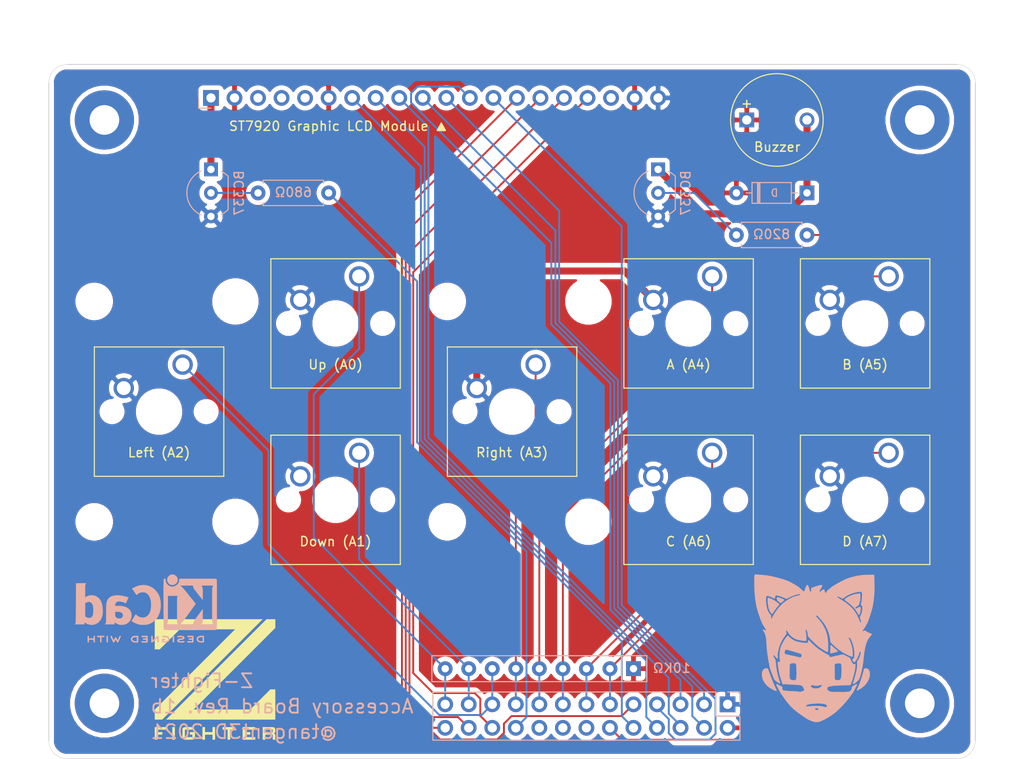
<source format=kicad_pcb>
(kicad_pcb (version 20171130) (host pcbnew "(5.1.9)-1")
  (layers (0 F.Cu signal) (31 B.Cu signal) (34 B.Paste user) (35 F.Paste user) (36 B.SilkS user) (37 F.SilkS user) (38 B.Mask user) (39 F.Mask user) (44 Edge.Cuts user))
  (net 0 "")
  (net 1 PB3S)
  (net 2 PB4S)
  (net 3 PB2S)
  (net 4 PB5S)
  (net 5 PB1S)
  (net 6 PB6S)
  (net 7 PB0S)
  (net 8 PB7S)
  (net 9 PA7S)
  (net 10 PC7S)
  (net 11 PA6S)
  (net 12 PA5S)
  (net 13 PA4S)
  (net 14 PA3S)
  (net 15 PC3S)
  (net 16 PA2S)
  (net 17 PC2S)
  (net 18 PA1S)
  (net 19 PC1S)
  (net 20 PA0S)
  (net 21 PC0S)
  (net 22 VCC)
  (net 23 "Net-(BZ1-Pad2)")
  (net 24 "Net-(J7-Pad3)")
  (net 25 "Net-(J7-Pad4)")
  (net 26 "Net-(J7-Pad5)")
  (net 27 "Net-(J7-Pad18)")
  (net 28 "Net-(Q1-Pad2)")
  (net 29 GND)
  (net 30 "Net-(Q2-Pad2)")
  (net 31 BLK)
  (net 32 "Net-(J9-Pad18)")
  (net 33 "Net-(J9-Pad16)")
  (net 34 "Net-(J9-Pad14)")
  (module Z-FIGHTER_AccessoryBoard:Z-FIGHTER_Logo (layer F.Cu) (at 116.94 121.42)
    (fp_text reference G*** hide)
    (fp_text value LOGO hide)
  )
  (module Z-FIGHTER_AccessoryBoard:Tangent_Head (layer B.Cu) (at 181.64 118.054915 180)
    (fp_text reference G*** hide)
    (fp_text value LOGO hide)
  )
  (module Diode_THT:D_DO-35_SOD27_P7.62mm_Horizontal (layer B.Cu) (at 180.825 68.88 180)
    (fp_text reference D2 hide)
    (fp_text value IN5817)
    (fp_text user D (at 3.51 0 unlocked) (layer B.SilkS) (effects (font (size 0.8 0.8) (thickness 0.12)) (justify mirror)))
    (pad 1 thru_hole rect (at 0 0 180) (size 1.6 1.6) (drill 0.8) (layers *.Cu *.Mask) (net 23 "Net-(BZ1-Pad2)"))
    (pad 2 thru_hole oval (at 7.62 0 180) (size 1.6 1.6) (drill 0.8) (layers *.Cu *.Mask) (net 22 VCC))
  )
  (module Symbol:KiCad-Logo2_6mm_SilkScreen (layer B.Cu) (at 109.481269 113.07 180)
    (fp_text reference REF** hide)
    (fp_text value KiCad-Logo2_6mm_SilkScreen hide)
  )
  (module Connector_PinSocket_2.54mm:PinSocket_2x13_P2.54mm_Vertical (layer B.Cu) (at 172.26 124.109 90)
    (fp_text reference J9 hide)
    (fp_text value Conn_02x13_Odd_Even)
    (pad 26 thru_hole oval (at -2.54 -30.48 90) (size 1.7 1.7) (drill 1) (layers *.Cu *.Mask) (net 21 PC0S))
    (pad 25 thru_hole oval (at 0 -30.48 90) (size 1.7 1.7) (drill 1) (layers *.Cu *.Mask) (net 20 PA0S))
    (pad 24 thru_hole oval (at -2.54 -27.94 90) (size 1.7 1.7) (drill 1) (layers *.Cu *.Mask) (net 19 PC1S))
    (pad 23 thru_hole oval (at 0 -27.94 90) (size 1.7 1.7) (drill 1) (layers *.Cu *.Mask) (net 18 PA1S))
    (pad 22 thru_hole oval (at -2.54 -25.4 90) (size 1.7 1.7) (drill 1) (layers *.Cu *.Mask) (net 17 PC2S))
    (pad 21 thru_hole oval (at 0 -25.4 90) (size 1.7 1.7) (drill 1) (layers *.Cu *.Mask) (net 16 PA2S))
    (pad 20 thru_hole oval (at -2.54 -22.86 90) (size 1.7 1.7) (drill 1) (layers *.Cu *.Mask) (net 15 PC3S))
    (pad 19 thru_hole oval (at 0 -22.86 90) (size 1.7 1.7) (drill 1) (layers *.Cu *.Mask) (net 14 PA3S))
    (pad 18 thru_hole oval (at -2.54 -20.32 90) (size 1.7 1.7) (drill 1) (layers *.Cu *.Mask) (net 32 "Net-(J9-Pad18)"))
    (pad 17 thru_hole oval (at 0 -20.32 90) (size 1.7 1.7) (drill 1) (layers *.Cu *.Mask) (net 13 PA4S))
    (pad 16 thru_hole oval (at -2.54 -17.78 90) (size 1.7 1.7) (drill 1) (layers *.Cu *.Mask) (net 33 "Net-(J9-Pad16)"))
    (pad 15 thru_hole oval (at 0 -17.78 90) (size 1.7 1.7) (drill 1) (layers *.Cu *.Mask) (net 12 PA5S))
    (pad 14 thru_hole oval (at -2.54 -15.24 90) (size 1.7 1.7) (drill 1) (layers *.Cu *.Mask) (net 34 "Net-(J9-Pad14)"))
    (pad 13 thru_hole oval (at 0 -15.24 90) (size 1.7 1.7) (drill 1) (layers *.Cu *.Mask) (net 11 PA6S))
    (pad 12 thru_hole oval (at -2.54 -12.7 90) (size 1.7 1.7) (drill 1) (layers *.Cu *.Mask) (net 10 PC7S))
    (pad 11 thru_hole oval (at 0 -12.7 90) (size 1.7 1.7) (drill 1) (layers *.Cu *.Mask) (net 9 PA7S))
    (pad 10 thru_hole oval (at -2.54 -10.16 90) (size 1.7 1.7) (drill 1) (layers *.Cu *.Mask) (net 8 PB7S))
    (pad 9 thru_hole oval (at 0 -10.16 90) (size 1.7 1.7) (drill 1) (layers *.Cu *.Mask) (net 7 PB0S))
    (pad 8 thru_hole oval (at -2.54 -7.62 90) (size 1.7 1.7) (drill 1) (layers *.Cu *.Mask) (net 6 PB6S))
    (pad 7 thru_hole oval (at 0 -7.62 90) (size 1.7 1.7) (drill 1) (layers *.Cu *.Mask) (net 5 PB1S))
    (pad 6 thru_hole oval (at -2.54 -5.08 90) (size 1.7 1.7) (drill 1) (layers *.Cu *.Mask) (net 4 PB5S))
    (pad 5 thru_hole oval (at 0 -5.08 90) (size 1.7 1.7) (drill 1) (layers *.Cu *.Mask) (net 3 PB2S))
    (pad 4 thru_hole oval (at -2.54 -2.54 90) (size 1.7 1.7) (drill 1) (layers *.Cu *.Mask) (net 2 PB4S))
    (pad 3 thru_hole oval (at 0 -2.54 90) (size 1.7 1.7) (drill 1) (layers *.Cu *.Mask) (net 1 PB3S))
    (pad 2 thru_hole oval (at -2.54 0 90) (size 1.7 1.7) (drill 1) (layers *.Cu *.Mask) (net 22 VCC))
    (pad 1 thru_hole rect (at 0 0 90) (size 1.7 1.7) (drill 1) (layers *.Cu *.Mask) (net 29 GND))
  )
  (module Button_Switch_Keyboard:SW_Cherry_MX_1.00u_PCB (layer F.Cu) (at 170.59 77.895)
    (fp_text reference SW5 hide)
    (fp_text value "A (A4)" (at -2.54 9.53) (layer F.SilkS))
    (pad 1 thru_hole circle (at 0 0) (size 2.2 2.2) (drill 1.5) (layers *.Cu *.Mask) (net 13 PA4S))
    (pad 2 thru_hole circle (at -6.35 2.54) (size 2.2 2.2) (drill 1.5) (layers *.Cu *.Mask) (net 29 GND))
    (pad "" np_thru_hole circle (at -2.54 5.08) (size 4 4) (drill 4) (layers *.Cu *.Mask))
    (pad "" np_thru_hole circle (at -7.62 5.08) (size 1.7 1.7) (drill 1.7) (layers *.Cu *.Mask))
    (pad "" np_thru_hole circle (at 2.54 5.08) (size 1.7 1.7) (drill 1.7) (layers *.Cu *.Mask))
  )
  (module MountingHole:MountingHole_3.2mm_M3_Pad (layer F.Cu) (at 193 61)
    (fp_text reference Mount2 hide)
    (fp_text value MountingHole_3.2mm_M3_Pad)
    (pad 1 thru_hole circle (at 0 0) (size 6.4 6.4) (drill 3.200001) (layers *.Cu *.Mask))
  )
  (module Resistor_THT:R_Array_SIP9 (layer B.Cu) (at 162.1 120.261 180)
    (fp_text reference RN4 hide)
    (fp_text value 10KΩ (at -4.125 0.0675) (layer B.SilkS) (effects (justify mirror)))
    (pad 1 thru_hole rect (at 0 0 180) (size 1.6 1.6) (drill 0.8) (layers *.Cu *.Mask) (net 22 VCC))
    (pad 2 thru_hole oval (at 2.54 0 180) (size 1.6 1.6) (drill 0.8) (layers *.Cu *.Mask) (net 9 PA7S))
    (pad 3 thru_hole oval (at 5.08 0 180) (size 1.6 1.6) (drill 0.8) (layers *.Cu *.Mask) (net 11 PA6S))
    (pad 4 thru_hole oval (at 7.62 0 180) (size 1.6 1.6) (drill 0.8) (layers *.Cu *.Mask) (net 12 PA5S))
    (pad 5 thru_hole oval (at 10.16 0 180) (size 1.6 1.6) (drill 0.8) (layers *.Cu *.Mask) (net 13 PA4S))
    (pad 6 thru_hole oval (at 12.7 0 180) (size 1.6 1.6) (drill 0.8) (layers *.Cu *.Mask) (net 14 PA3S))
    (pad 7 thru_hole oval (at 15.24 0 180) (size 1.6 1.6) (drill 0.8) (layers *.Cu *.Mask) (net 16 PA2S))
    (pad 8 thru_hole oval (at 17.78 0 180) (size 1.6 1.6) (drill 0.8) (layers *.Cu *.Mask) (net 18 PA1S))
    (pad 9 thru_hole oval (at 20.32 0 180) (size 1.6 1.6) (drill 0.8) (layers *.Cu *.Mask) (net 20 PA0S))
  )
  (module MountingHole:MountingHole_3.2mm_M3_Pad (layer F.Cu) (at 193 124)
    (fp_text reference Mount4 hide)
    (fp_text value MountingHole_3.2mm_M3_Pad)
    (pad 1 thru_hole circle (at 0 0) (size 6.4 6.4) (drill 3.200001) (layers *.Cu *.Mask))
  )
  (module MountingHole:MountingHole_3.2mm_M3_Pad (layer F.Cu) (at 105 61)
    (fp_text reference Mount1 hide)
    (fp_text value MountingHole_3.2mm_M3_Pad)
    (pad 1 thru_hole circle (at 0 0) (size 6.4 6.4) (drill 3.200001) (layers *.Cu *.Mask))
  )
  (module MountingHole:MountingHole_3.2mm_M3_Pad (layer F.Cu) (at 105 124)
    (fp_text reference Mount3 hide)
    (fp_text value MountingHole_3.2mm_M3_Pad)
    (pad 1 thru_hole circle (at 0 0) (size 6.4 6.4) (drill 3.200001) (layers *.Cu *.Mask))
  )
  (module Resistor_THT:R_Axial_DIN0207_L6.3mm_D2.5mm_P7.62mm_Horizontal (layer B.Cu) (at 173.205 73.42)
    (fp_text reference RB2 hide)
    (fp_text value 820Ω (at 3.8 -0.0675 unlocked) (layer B.SilkS) (effects (justify mirror)))
    (pad 2 thru_hole oval (at 7.62 0) (size 1.6 1.6) (drill 0.8) (layers *.Cu *.Mask) (net 10 PC7S))
    (pad 1 thru_hole circle (at 0 0) (size 1.6 1.6) (drill 0.8) (layers *.Cu *.Mask) (net 30 "Net-(Q2-Pad2)"))
  )
  (module Button_Switch_Keyboard:SW_Cherry_MX_1.00u_PCB (layer F.Cu) (at 132.49 96.945)
    (fp_text reference SW2 hide)
    (fp_text value "Down (A1)" (at -2.54 9.58) (layer F.SilkS))
    (pad "" np_thru_hole circle (at 2.54 5.08) (size 1.7 1.7) (drill 1.7) (layers *.Cu *.Mask))
    (pad "" np_thru_hole circle (at -7.62 5.08) (size 1.7 1.7) (drill 1.7) (layers *.Cu *.Mask))
    (pad "" np_thru_hole circle (at -2.54 5.08) (size 4 4) (drill 4) (layers *.Cu *.Mask))
    (pad 2 thru_hole circle (at -6.35 2.54) (size 2.2 2.2) (drill 1.5) (layers *.Cu *.Mask) (net 29 GND))
    (pad 1 thru_hole circle (at 0 0) (size 2.2 2.2) (drill 1.5) (layers *.Cu *.Mask) (net 18 PA1S))
  )
  (module Button_Switch_Keyboard:SW_Cherry_MX_1.00u_PCB (layer F.Cu) (at 189.64 96.945)
    (fp_text reference SW8 hide)
    (fp_text value "D (A7)" (at -2.54 9.58) (layer F.SilkS))
    (pad 1 thru_hole circle (at 0 0) (size 2.2 2.2) (drill 1.5) (layers *.Cu *.Mask) (net 9 PA7S))
    (pad 2 thru_hole circle (at -6.35 2.54) (size 2.2 2.2) (drill 1.5) (layers *.Cu *.Mask) (net 29 GND))
    (pad "" np_thru_hole circle (at -2.54 5.08) (size 4 4) (drill 4) (layers *.Cu *.Mask))
    (pad "" np_thru_hole circle (at -7.62 5.08) (size 1.7 1.7) (drill 1.7) (layers *.Cu *.Mask))
    (pad "" np_thru_hole circle (at 2.54 5.08) (size 1.7 1.7) (drill 1.7) (layers *.Cu *.Mask))
  )
  (module Button_Switch_Keyboard:SW_Cherry_MX_2.00u_Vertical_PCB (layer F.Cu) (at 113.44 87.42)
    (fp_text reference SW3 hide)
    (fp_text value "Left (A2)" (at -2.54 9.5) (layer F.SilkS))
    (pad 1 thru_hole circle (at 0 0) (size 2.2 2.2) (drill 1.5) (layers *.Cu *.Mask) (net 16 PA2S))
    (pad 2 thru_hole circle (at -6.35 2.54) (size 2.2 2.2) (drill 1.5) (layers *.Cu *.Mask) (net 29 GND))
    (pad "" np_thru_hole circle (at -2.54 5.08) (size 4 4) (drill 4) (layers *.Cu *.Mask))
    (pad "" np_thru_hole circle (at -7.62 5.08) (size 1.7 1.7) (drill 1.7) (layers *.Cu *.Mask))
    (pad "" np_thru_hole circle (at 2.54 5.08) (size 1.7 1.7) (drill 1.7) (layers *.Cu *.Mask))
    (pad "" np_thru_hole circle (at 5.7 -6.82) (size 4 4) (drill 4) (layers *.Cu *.Mask))
    (pad "" np_thru_hole circle (at 5.7 16.98) (size 4 4) (drill 4) (layers *.Cu *.Mask))
    (pad "" np_thru_hole circle (at -9.54 16.98) (size 3.05 3.05) (drill 3.05) (layers *.Cu *.Mask))
    (pad "" np_thru_hole circle (at -9.54 -6.82) (size 3.05 3.05) (drill 3.05) (layers *.Cu *.Mask))
  )
  (module Resistor_THT:R_Axial_DIN0207_L6.3mm_D2.5mm_P7.62mm_Horizontal (layer B.Cu) (at 121.58 68.88)
    (fp_text reference RB1 hide)
    (fp_text value 680Ω (at 3.81 -0.0675 180) (layer B.SilkS) (effects (justify mirror)))
    (pad 2 thru_hole oval (at 7.62 0) (size 1.6 1.6) (drill 0.8) (layers *.Cu *.Mask) (net 15 PC3S))
    (pad 1 thru_hole circle (at 0 0) (size 1.6 1.6) (drill 0.8) (layers *.Cu *.Mask) (net 28 "Net-(Q1-Pad2)"))
  )
  (module Button_Switch_Keyboard:SW_Cherry_MX_1.00u_PCB (layer F.Cu) (at 132.49 77.895)
    (fp_text reference SW1 hide)
    (fp_text value "Up (A0)" (at -2.54 9.525) (layer F.SilkS))
    (pad 1 thru_hole circle (at 0 0) (size 2.2 2.2) (drill 1.5) (layers *.Cu *.Mask) (net 20 PA0S))
    (pad 2 thru_hole circle (at -6.35 2.54) (size 2.2 2.2) (drill 1.5) (layers *.Cu *.Mask) (net 29 GND))
    (pad "" np_thru_hole circle (at -2.54 5.08) (size 4 4) (drill 4) (layers *.Cu *.Mask))
    (pad "" np_thru_hole circle (at -7.62 5.08) (size 1.7 1.7) (drill 1.7) (layers *.Cu *.Mask))
    (pad "" np_thru_hole circle (at 2.54 5.08) (size 1.7 1.7) (drill 1.7) (layers *.Cu *.Mask))
  )
  (module Button_Switch_Keyboard:SW_Cherry_MX_2.00u_Vertical_PCB (layer F.Cu) (at 151.54 87.42)
    (fp_text reference SW4 hide)
    (fp_text value "Right (A3)" (at -2.54 9.5) (layer F.SilkS))
    (pad 1 thru_hole circle (at 0 0) (size 2.2 2.2) (drill 1.5) (layers *.Cu *.Mask) (net 14 PA3S))
    (pad 2 thru_hole circle (at -6.35 2.54) (size 2.2 2.2) (drill 1.5) (layers *.Cu *.Mask) (net 29 GND))
    (pad "" np_thru_hole circle (at -2.54 5.08) (size 4 4) (drill 4) (layers *.Cu *.Mask))
    (pad "" np_thru_hole circle (at -7.62 5.08) (size 1.7 1.7) (drill 1.7) (layers *.Cu *.Mask))
    (pad "" np_thru_hole circle (at 2.54 5.08) (size 1.7 1.7) (drill 1.7) (layers *.Cu *.Mask))
    (pad "" np_thru_hole circle (at 5.7 -6.82) (size 4 4) (drill 4) (layers *.Cu *.Mask))
    (pad "" np_thru_hole circle (at 5.7 16.98) (size 4 4) (drill 4) (layers *.Cu *.Mask))
    (pad "" np_thru_hole circle (at -9.54 16.98) (size 3.05 3.05) (drill 3.05) (layers *.Cu *.Mask))
    (pad "" np_thru_hole circle (at -9.54 -6.82) (size 3.05 3.05) (drill 3.05) (layers *.Cu *.Mask))
  )
  (module Buzzer_Beeper:MagneticBuzzer_ProSignal_ABT-410-RC (layer F.Cu) (at 174.325 61)
    (fp_text reference BZ1 hide)
    (fp_text value Buzzer (at 3.29 2.92) (layer F.SilkS))
    (fp_text user + (at 0 -1.8) (layer F.SilkS))
    (pad 1 thru_hole rect (at 0 0) (size 1.6 1.6) (drill 1) (layers *.Cu *.Mask) (net 22 VCC))
    (pad 2 thru_hole circle (at 6.5 0) (size 1.6 1.6) (drill 1) (layers *.Cu *.Mask) (net 23 "Net-(BZ1-Pad2)"))
  )
  (module Button_Switch_Keyboard:SW_Cherry_MX_1.00u_PCB (layer F.Cu) (at 170.59 96.945)
    (fp_text reference SW7 hide)
    (fp_text value "C (A6)" (at -2.54 9.58) (layer F.SilkS))
    (pad 1 thru_hole circle (at 0 0) (size 2.2 2.2) (drill 1.5) (layers *.Cu *.Mask) (net 11 PA6S))
    (pad 2 thru_hole circle (at -6.35 2.54) (size 2.2 2.2) (drill 1.5) (layers *.Cu *.Mask) (net 29 GND))
    (pad "" np_thru_hole circle (at -2.54 5.08) (size 4 4) (drill 4) (layers *.Cu *.Mask))
    (pad "" np_thru_hole circle (at -7.62 5.08) (size 1.7 1.7) (drill 1.7) (layers *.Cu *.Mask))
    (pad "" np_thru_hole circle (at 2.54 5.08) (size 1.7 1.7) (drill 1.7) (layers *.Cu *.Mask))
  )
  (module Button_Switch_Keyboard:SW_Cherry_MX_1.00u_PCB (layer F.Cu) (at 189.64 77.895)
    (fp_text reference SW6 hide)
    (fp_text value "B (A5)" (at -2.54 9.53) (layer F.SilkS))
    (pad 1 thru_hole circle (at 0 0) (size 2.2 2.2) (drill 1.5) (layers *.Cu *.Mask) (net 12 PA5S))
    (pad 2 thru_hole circle (at -6.35 2.54) (size 2.2 2.2) (drill 1.5) (layers *.Cu *.Mask) (net 29 GND))
    (pad "" np_thru_hole circle (at -2.54 5.08) (size 4 4) (drill 4) (layers *.Cu *.Mask))
    (pad "" np_thru_hole circle (at -7.62 5.08) (size 1.7 1.7) (drill 1.7) (layers *.Cu *.Mask))
    (pad "" np_thru_hole circle (at 2.54 5.08) (size 1.7 1.7) (drill 1.7) (layers *.Cu *.Mask))
  )
  (module Connector_PinSocket_2.54mm:PinSocket_1x20_P2.54mm_Horizontal (layer B.Cu) (at 116.5 58.62 270)
    (fp_text reference J7 hide)
    (fp_text value "ST7920 Graphic LCD" hide)
    (pad 20 thru_hole oval (at 0 -48.26 270) (size 1.7 1.7) (drill 1) (layers *.Cu *.Mask) (net 29 GND))
    (pad 19 thru_hole oval (at 0 -45.72 270) (size 1.7 1.7) (drill 1) (layers *.Cu *.Mask) (net 22 VCC))
    (pad 18 thru_hole oval (at 0 -43.18 270) (size 1.7 1.7) (drill 1) (layers *.Cu *.Mask) (net 27 "Net-(J7-Pad18)"))
    (pad 17 thru_hole oval (at 0 -40.64 270) (size 1.7 1.7) (drill 1) (layers *.Cu *.Mask) (net 17 PC2S))
    (pad 16 thru_hole oval (at 0 -38.1 270) (size 1.7 1.7) (drill 1) (layers *.Cu *.Mask) (net 19 PC1S))
    (pad 15 thru_hole oval (at 0 -35.56 270) (size 1.7 1.7) (drill 1) (layers *.Cu *.Mask) (net 21 PC0S))
    (pad 14 thru_hole oval (at 0 -33.02 270) (size 1.7 1.7) (drill 1) (layers *.Cu *.Mask) (net 7 PB0S))
    (pad 13 thru_hole oval (at 0 -30.48 270) (size 1.7 1.7) (drill 1) (layers *.Cu *.Mask) (net 5 PB1S))
    (pad 12 thru_hole oval (at 0 -27.94 270) (size 1.7 1.7) (drill 1) (layers *.Cu *.Mask) (net 3 PB2S))
    (pad 11 thru_hole oval (at 0 -25.4 270) (size 1.7 1.7) (drill 1) (layers *.Cu *.Mask) (net 1 PB3S))
    (pad 10 thru_hole oval (at 0 -22.86 270) (size 1.7 1.7) (drill 1) (layers *.Cu *.Mask) (net 2 PB4S))
    (pad 9 thru_hole oval (at 0 -20.32 270) (size 1.7 1.7) (drill 1) (layers *.Cu *.Mask) (net 4 PB5S))
    (pad 8 thru_hole oval (at 0 -17.78 270) (size 1.7 1.7) (drill 1) (layers *.Cu *.Mask) (net 6 PB6S))
    (pad 7 thru_hole oval (at 0 -15.24 270) (size 1.7 1.7) (drill 1) (layers *.Cu *.Mask) (net 8 PB7S))
    (pad 6 thru_hole oval (at 0 -12.7 270) (size 1.7 1.7) (drill 1) (layers *.Cu *.Mask) (net 22 VCC))
    (pad 5 thru_hole oval (at 0 -10.16 270) (size 1.7 1.7) (drill 1) (layers *.Cu *.Mask) (net 26 "Net-(J7-Pad5)"))
    (pad 4 thru_hole oval (at 0 -7.62 270) (size 1.7 1.7) (drill 1) (layers *.Cu *.Mask) (net 25 "Net-(J7-Pad4)"))
    (pad 3 thru_hole oval (at 0 -5.08 270) (size 1.7 1.7) (drill 1) (layers *.Cu *.Mask) (net 24 "Net-(J7-Pad3)"))
    (pad 2 thru_hole oval (at 0 -2.54 270) (size 1.7 1.7) (drill 1) (layers *.Cu *.Mask) (net 22 VCC))
    (pad 1 thru_hole rect (at 0 0 270) (size 1.7 1.7) (drill 1) (layers *.Cu *.Mask) (net 31 BLK))
  )
  (module Package_TO_SOT_THT:TO-92_Inline_Wide (layer B.Cu) (at 116.5 66.34 270)
    (fp_text reference Q1 hide)
    (fp_text value BC337 (at 2.54 -3.04 270) (layer B.SilkS) (effects (justify mirror)))
    (pad 1 thru_hole rect (at 0 0 270) (size 1.5 1.5) (drill 0.8) (layers *.Cu *.Mask) (net 31 BLK))
    (pad 3 thru_hole circle (at 5.08 0 270) (size 1.5 1.5) (drill 0.8) (layers *.Cu *.Mask) (net 29 GND))
    (pad 2 thru_hole circle (at 2.54 0 270) (size 1.5 1.5) (drill 0.8) (layers *.Cu *.Mask) (net 28 "Net-(Q1-Pad2)"))
  )
  (module Package_TO_SOT_THT:TO-92_Inline_Wide (layer B.Cu) (at 164.76 66.34 270)
    (fp_text reference Q2 hide)
    (fp_text value BC337 (at 2.54 -2.98 270) (layer B.SilkS) (effects (justify mirror)))
    (pad 2 thru_hole circle (at 2.54 0 270) (size 1.5 1.5) (drill 0.8) (layers *.Cu *.Mask) (net 30 "Net-(Q2-Pad2)"))
    (pad 3 thru_hole circle (at 5.08 0 270) (size 1.5 1.5) (drill 0.8) (layers *.Cu *.Mask) (net 29 GND))
    (pad 1 thru_hole rect (at 0 0 270) (size 1.5 1.5) (drill 0.8) (layers *.Cu *.Mask) (net 23 "Net-(BZ1-Pad2)"))
  )
  (gr_arc (start 197 128) (end 199 128) (angle 90) (layer Edge.Cuts) (width 0.05))
  (gr_line (start 99 128) (end 99 57) (layer Edge.Cuts) (width 0.1))
  (gr_line (start 199 57) (end 199 128) (layer Edge.Cuts) (width 0.1))
  (gr_line (start 101 55) (end 197 55) (layer Edge.Cuts) (width 0.1))
  (gr_arc (start 197 57) (end 197 55) (angle 90) (layer Edge.Cuts) (width 0.05))
  (gr_line (start 197 130) (end 101 130) (layer Edge.Cuts) (width 0.1))
  (gr_arc (start 101 128) (end 101 130) (angle 90) (layer Edge.Cuts) (width 0.05))
  (gr_arc (start 101 57) (end 99 57) (angle 90) (layer Edge.Cuts) (width 0.05))
  (gr_text "@tangent3D 2021" (at 120.069428 127.071) (layer B.SilkS) (effects (font (size 1.5 1.5) (thickness 0.2)) (justify mirror)))
  (gr_text "Accessory Board Rev. 1b" (at 124.176571 124.326) (layer B.SilkS) (effects (font (size 1.5 1.5) (thickness 0.2)) (justify mirror)))
  (gr_text "ST7920 Graphic LCD Module ▲" (at 130.216 61.668) (layer F.SilkS) (effects (font (size 1 1))))
  (gr_text Z-Fighter (at 115.533714 121.581) (layer B.SilkS) (effects (font (size 1.5 1.5) (thickness 0.2)) (justify mirror)))
  (segment (start 169.72 122.87475) (end 169.72 124.109) (width 0.2032) (layer B.Cu) (net 1))
  (segment (start 160.423589 113.57834) (end 169.72 122.87475) (width 0.2032) (layer B.Cu) (net 1))
  (segment (start 160.423589 89.113589) (end 160.423589 113.57834) (width 0.2032) (layer B.Cu) (net 1))
  (segment (start 154.08 82.77) (end 160.423589 89.113589) (width 0.2032) (layer B.Cu) (net 1))
  (segment (start 154.08 70.8) (end 154.08 82.77) (width 0.2032) (layer B.Cu) (net 1))
  (segment (start 141.9 58.62) (end 154.08 70.8) (width 0.2032) (layer B.Cu) (net 1))
  (segment (start 153.673589 72.933589) (end 139.36 58.62) (width 0.2032) (layer B.Cu) (net 2))
  (segment (start 153.673589 82.93834) (end 153.673589 72.933589) (width 0.2032) (layer B.Cu) (net 2))
  (segment (start 160.017178 89.281928) (end 153.673589 82.93834) (width 0.2032) (layer B.Cu) (net 2))
  (segment (start 160.017178 113.74668) (end 160.017178 89.281928) (width 0.2032) (layer B.Cu) (net 2))
  (segment (start 168.45 122.179501) (end 160.017178 113.74668) (width 0.2032) (layer B.Cu) (net 2))
  (segment (start 168.45 125.379) (end 168.45 122.179501) (width 0.2032) (layer B.Cu) (net 2))
  (segment (start 169.72 126.649) (end 168.45 125.379) (width 0.2032) (layer B.Cu) (net 2))
  (segment (start 143.2208 57.4008) (end 144.44 58.62) (width 0.2032) (layer B.Cu) (net 3))
  (segment (start 138.8012 57.4008) (end 143.2208 57.4008) (width 0.2032) (layer B.Cu) (net 3))
  (segment (start 138.1 58.102) (end 138.8012 57.4008) (width 0.2032) (layer B.Cu) (net 3))
  (segment (start 138.1 59.138) (end 138.1 58.102) (width 0.2032) (layer B.Cu) (net 3))
  (segment (start 153.2334 74.2714) (end 138.1 59.138) (width 0.2032) (layer B.Cu) (net 3))
  (segment (start 153.2334 83.072901) (end 153.2334 74.2714) (width 0.2032) (layer B.Cu) (net 3))
  (segment (start 159.610767 89.450268) (end 153.2334 83.072901) (width 0.2032) (layer B.Cu) (net 3))
  (segment (start 159.610767 113.91502) (end 159.610767 89.450268) (width 0.2032) (layer B.Cu) (net 3))
  (segment (start 167.18 121.484252) (end 159.610767 113.91502) (width 0.2032) (layer B.Cu) (net 3))
  (segment (start 167.18 124.109) (end 167.18 121.484252) (width 0.2032) (layer B.Cu) (net 3))
  (segment (start 139.969233 61.769233) (end 136.82 58.62) (width 0.2032) (layer B.Cu) (net 4))
  (segment (start 139.969233 95.299731) (end 139.969233 61.769233) (width 0.2032) (layer B.Cu) (net 4))
  (segment (start 165.91 121.240498) (end 139.969233 95.299731) (width 0.2032) (layer B.Cu) (net 4))
  (segment (start 167.18 126.4) (end 165.91 125.13) (width 0.2032) (layer B.Cu) (net 4))
  (segment (start 165.91 125.13) (end 165.91 121.240498) (width 0.2032) (layer B.Cu) (net 4))
  (segment (start 167.18 126.649) (end 167.18 126.4) (width 0.2032) (layer B.Cu) (net 4))
  (segment (start 160.83 72.47) (end 149.17 60.81) (width 0.2032) (layer B.Cu) (net 5))
  (segment (start 170.9541 123.5341) (end 160.83 113.41) (width 0.2032) (layer B.Cu) (net 5))
  (segment (start 170.9541 127.2859) (end 170.9541 123.5341) (width 0.2032) (layer B.Cu) (net 5))
  (segment (start 165.91 127.24) (end 166.61 127.94) (width 0.2032) (layer B.Cu) (net 5))
  (segment (start 165.91 125.70475) (end 165.91 127.24) (width 0.2032) (layer B.Cu) (net 5))
  (segment (start 164.64 124.43475) (end 165.91 125.70475) (width 0.2032) (layer B.Cu) (net 5))
  (segment (start 160.83 113.41) (end 160.83 72.47) (width 0.2032) (layer B.Cu) (net 5))
  (segment (start 170.3 127.94) (end 170.9541 127.2859) (width 0.2032) (layer B.Cu) (net 5))
  (segment (start 166.61 127.94) (end 170.3 127.94) (width 0.2032) (layer B.Cu) (net 5))
  (segment (start 164.64 124.109) (end 164.64 124.43475) (width 0.2032) (layer B.Cu) (net 5))
  (segment (start 149.17 60.81) (end 146.98 58.62) (width 0.2032) (layer B.Cu) (net 5))
  (segment (start 139.562822 63.902822) (end 134.28 58.62) (width 0.2032) (layer B.Cu) (net 6))
  (segment (start 139.562822 95.468071) (end 139.562822 63.902822) (width 0.2032) (layer B.Cu) (net 6))
  (segment (start 163.485199 119.390448) (end 139.562822 95.468071) (width 0.2032) (layer B.Cu) (net 6))
  (segment (start 163.485199 125.494199) (end 163.485199 119.390448) (width 0.2032) (layer B.Cu) (net 6))
  (segment (start 164.64 126.649) (end 163.485199 125.494199) (width 0.2032) (layer B.Cu) (net 6))
  (segment (start 148.94 125.38) (end 160.829 125.38) (width 0.2032) (layer F.Cu) (net 7))
  (segment (start 148.12 126.2) (end 148.94 125.38) (width 0.2032) (layer F.Cu) (net 7))
  (segment (start 148.12 127.18) (end 148.12 126.2) (width 0.2032) (layer F.Cu) (net 7))
  (segment (start 160.829 125.38) (end 162.1 124.109) (width 0.2032) (layer F.Cu) (net 7))
  (segment (start 147.39 127.91) (end 148.12 127.18) (width 0.2032) (layer F.Cu) (net 7))
  (segment (start 141.215249 127.91) (end 147.39 127.91) (width 0.2032) (layer F.Cu) (net 7))
  (segment (start 137.110767 123.805518) (end 141.215249 127.91) (width 0.2032) (layer F.Cu) (net 7))
  (segment (start 137.110767 71.029233) (end 137.110767 123.805518) (width 0.2032) (layer F.Cu) (net 7))
  (segment (start 149.52 58.62) (end 137.110767 71.029233) (width 0.2032) (layer F.Cu) (net 7))
  (segment (start 139.156411 66.036411) (end 131.74 58.62) (width 0.2032) (layer B.Cu) (net 8))
  (segment (start 160.84 117.32) (end 139.156411 95.636411) (width 0.2032) (layer B.Cu) (net 8))
  (segment (start 139.156411 95.636411) (end 139.156411 66.036411) (width 0.2032) (layer B.Cu) (net 8))
  (segment (start 160.84 125.389) (end 160.84 117.32) (width 0.2032) (layer B.Cu) (net 8))
  (segment (start 162.1 126.649) (end 160.84 125.389) (width 0.2032) (layer B.Cu) (net 8))
  (segment (start 182.876 96.945) (end 189.64 96.945) (width 0.2032) (layer F.Cu) (net 9))
  (segment (start 159.56 120.261) (end 182.876 96.945) (width 0.2032) (layer F.Cu) (net 9))
  (segment (start 159.56 120.261) (end 159.56 124.109) (width 0.2032) (layer B.Cu) (net 9))
  (segment (start 195.44 78.22) (end 190.64 73.42) (width 0.2032) (layer F.Cu) (net 10))
  (segment (start 175.04 127.94) (end 195.44 107.54) (width 0.2032) (layer F.Cu) (net 10))
  (segment (start 195.44 107.54) (end 195.44 78.22) (width 0.2032) (layer F.Cu) (net 10))
  (segment (start 160.851 127.94) (end 175.04 127.94) (width 0.2032) (layer F.Cu) (net 10))
  (segment (start 159.56 126.649) (end 160.851 127.94) (width 0.2032) (layer F.Cu) (net 10))
  (segment (start 190.64 73.42) (end 181.385 73.42) (width 0.2032) (layer F.Cu) (net 10))
  (segment (start 157.02 120.261) (end 157.02 124.109) (width 0.2032) (layer B.Cu) (net 11))
  (segment (start 170.59 106.691) (end 157.02 120.261) (width 0.2032) (layer F.Cu) (net 11))
  (segment (start 170.59 96.945) (end 170.59 106.691) (width 0.2032) (layer F.Cu) (net 11))
  (segment (start 154.48 120.261) (end 154.48 124.109) (width 0.2032) (layer B.Cu) (net 12))
  (segment (start 180.333894 77.895) (end 189.64 77.895) (width 0.2032) (layer F.Cu) (net 12))
  (segment (start 154.48 103.748894) (end 180.333894 77.895) (width 0.2032) (layer F.Cu) (net 12))
  (segment (start 154.48 120.261) (end 154.48 103.748894) (width 0.2032) (layer F.Cu) (net 12))
  (segment (start 151.94 120.261) (end 151.94 124.109) (width 0.2032) (layer B.Cu) (net 13))
  (segment (start 170.59 84.0828) (end 170.59 77.895) (width 0.2032) (layer F.Cu) (net 13))
  (segment (start 151.94 102.7328) (end 170.59 84.0828) (width 0.2032) (layer F.Cu) (net 13))
  (segment (start 151.94 120.261) (end 151.94 102.7328) (width 0.2032) (layer F.Cu) (net 13))
  (segment (start 149.4 120.261) (end 149.4 124.109) (width 0.2032) (layer B.Cu) (net 14))
  (segment (start 149.4 101.37) (end 149.4 120.261) (width 0.2032) (layer F.Cu) (net 14))
  (segment (start 151.54 99.23) (end 149.4 101.37) (width 0.2032) (layer F.Cu) (net 14))
  (segment (start 151.54 87.42) (end 151.54 99.23) (width 0.2032) (layer F.Cu) (net 14))
  (segment (start 129.74 69.42) (end 129.2 69.42) (width 0.2032) (layer B.Cu) (net 15))
  (segment (start 138.75 78.43) (end 129.74 69.42) (width 0.2032) (layer B.Cu) (net 15))
  (segment (start 138.75 95.80475) (end 138.75 78.43) (width 0.2032) (layer B.Cu) (net 15))
  (segment (start 150.554801 107.609551) (end 138.75 95.80475) (width 0.2032) (layer B.Cu) (net 15))
  (segment (start 150.554801 125.494199) (end 150.554801 107.609551) (width 0.2032) (layer B.Cu) (net 15))
  (segment (start 149.4 126.649) (end 150.554801 125.494199) (width 0.2032) (layer B.Cu) (net 15))
  (segment (start 146.86 120.261) (end 146.86 124.109) (width 0.2032) (layer B.Cu) (net 16))
  (segment (start 113.44 87.42) (end 122.71 96.69) (width 0.2032) (layer B.Cu) (net 16))
  (segment (start 122.71 96.69) (end 122.71 106.83) (width 0.2032) (layer B.Cu) (net 16))
  (segment (start 122.71 106.83) (end 141.143801 125.263801) (width 0.2032) (layer B.Cu) (net 16))
  (segment (start 141.143801 125.263801) (end 145.705199 125.263801) (width 0.2032) (layer B.Cu) (net 16))
  (segment (start 145.705199 125.263801) (end 146.86 124.109) (width 0.2032) (layer B.Cu) (net 16))
  (segment (start 138.33 120.74) (end 138.33 77.43) (width 0.2032) (layer F.Cu) (net 17))
  (segment (start 140.48 122.89) (end 138.33 120.74) (width 0.2032) (layer F.Cu) (net 17))
  (segment (start 145.57 123.5) (end 144.96 122.89) (width 0.2032) (layer F.Cu) (net 17))
  (segment (start 144.96 122.89) (end 140.48 122.89) (width 0.2032) (layer F.Cu) (net 17))
  (segment (start 145.57 125.359) (end 145.57 123.5) (width 0.2032) (layer F.Cu) (net 17))
  (segment (start 138.33 77.43) (end 157.14 58.62) (width 0.2032) (layer F.Cu) (net 17))
  (segment (start 146.86 126.649) (end 145.57 125.359) (width 0.2032) (layer F.Cu) (net 17))
  (segment (start 144.32 120.261) (end 144.32 124.109) (width 0.2032) (layer B.Cu) (net 18))
  (segment (start 132.49 108.431) (end 144.32 120.261) (width 0.2032) (layer B.Cu) (net 18))
  (segment (start 132.49 96.945) (end 132.49 108.431) (width 0.2032) (layer B.Cu) (net 18))
  (segment (start 137.923589 75.296411) (end 154.6 58.62) (width 0.2032) (layer F.Cu) (net 19))
  (segment (start 137.923589 123.453589) (end 137.923589 75.296411) (width 0.2032) (layer F.Cu) (net 19))
  (segment (start 139.96 125.49) (end 137.923589 123.453589) (width 0.2032) (layer F.Cu) (net 19))
  (segment (start 143.161 125.49) (end 139.96 125.49) (width 0.2032) (layer F.Cu) (net 19))
  (segment (start 144.32 126.649) (end 143.161 125.49) (width 0.2032) (layer F.Cu) (net 19))
  (segment (start 141.78 124.109) (end 141.78 120.261) (width 0.2032) (layer B.Cu) (net 20))
  (segment (start 132.49 85.7294) (end 132.49 77.895) (width 0.2032) (layer B.Cu) (net 20))
  (segment (start 127.596 90.6234) (end 132.49 85.7294) (width 0.2032) (layer B.Cu) (net 20))
  (segment (start 127.596 106.077) (end 127.596 90.6234) (width 0.2032) (layer B.Cu) (net 20))
  (segment (start 141.78 120.261) (end 127.596 106.077) (width 0.2032) (layer B.Cu) (net 20))
  (segment (start 140.529 126.649) (end 141.78 126.649) (width 0.2032) (layer F.Cu) (net 21))
  (segment (start 137.517178 123.637178) (end 140.529 126.649) (width 0.2032) (layer F.Cu) (net 21))
  (segment (start 137.517178 73.162822) (end 137.517178 123.637178) (width 0.2032) (layer F.Cu) (net 21))
  (segment (start 152.06 58.62) (end 137.517178 73.162822) (width 0.2032) (layer F.Cu) (net 21))
  (segment (start 164.76 66.34) (end 169.56 71.14) (width 0.762) (layer F.Cu) (net 23))
  (segment (start 169.56 71.14) (end 178.565 71.14) (width 0.762) (layer F.Cu) (net 23))
  (segment (start 178.565 71.14) (end 180.825 68.88) (width 0.762) (layer F.Cu) (net 23))
  (segment (start 180.825 68.88) (end 180.825 61) (width 0.762) (layer F.Cu) (net 23))
  (segment (start 116.84 68.88) (end 121.58 68.88) (width 0.2032) (layer B.Cu) (net 28))
  (segment (start 116.5 71.42) (end 116.84 71.42) (width 0.762) (layer F.Cu) (net 29))
  (segment (start 145.19 89.96) (end 145.19 83.778) (width 0.762) (layer F.Cu) (net 29))
  (segment (start 145.19 83.778) (end 151.6536 77.3144) (width 0.762) (layer F.Cu) (net 29))
  (segment (start 161.1194 77.3144) (end 164.24 80.435) (width 0.762) (layer F.Cu) (net 29))
  (segment (start 151.6536 77.3144) (end 161.1194 77.3144) (width 0.762) (layer F.Cu) (net 29))
  (segment (start 168.665 68.88) (end 173.205 73.42) (width 0.2032) (layer B.Cu) (net 30))
  (segment (start 164.76 68.88) (end 168.665 68.88) (width 0.2032) (layer B.Cu) (net 30))
  (segment (start 116.5 66.34) (end 116.5 58.62) (width 0.762) (layer F.Cu) (net 31))
  (zone (net 29) (net_name GND) (layer B.Cu) (connect_pads (clearance 0.508)) (min_thickness 0.254) (fill yes (arc_segments 32) (thermal_gap 0.508) (thermal_bridge_width 0.508))
    (polygon (pts (xy 198.94 129.92) (xy 98.94 129.92) (xy 98.94 54.92) (xy 198.94 54.92)))
  )
  (zone (net 22) (net_name VCC) (layer F.Cu) (connect_pads (clearance 0.508)) (min_thickness 0.254) (fill yes (arc_segments 32) (thermal_gap 0.508) (thermal_bridge_width 0.508))
    (polygon (pts (xy 198.94 129.92) (xy 98.94 129.92) (xy 98.94 54.92) (xy 198.94 54.92)))
  )
)
</source>
